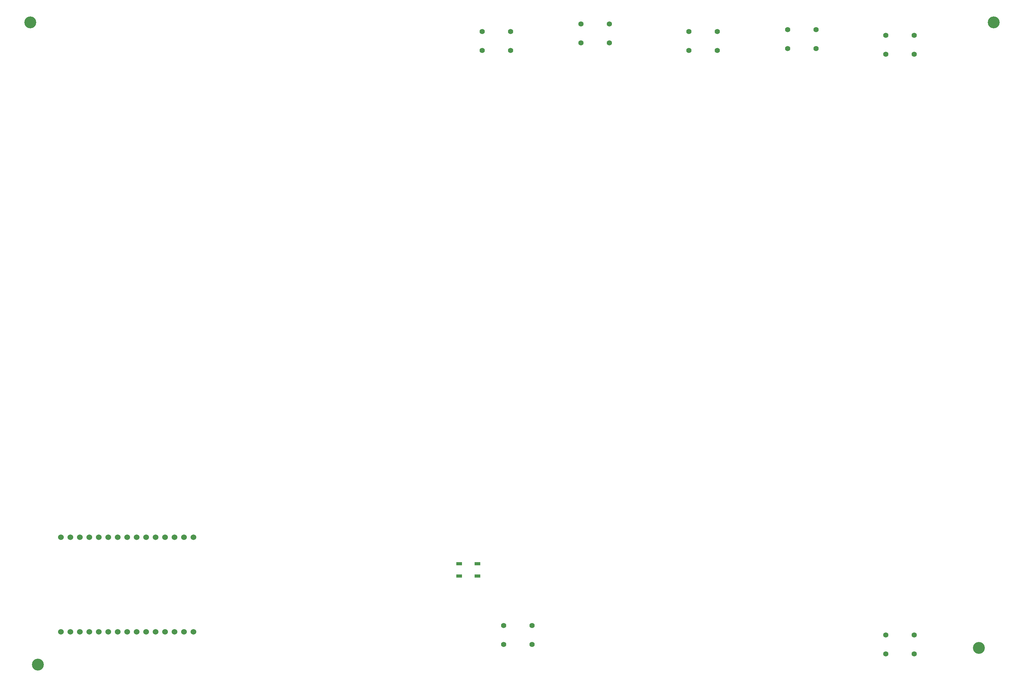
<source format=gts>
%TF.GenerationSoftware,KiCad,Pcbnew,8.0.6*%
%TF.CreationDate,2024-11-12T14:43:37+00:00*%
%TF.ProjectId,A4,41342e6b-6963-4616-945f-706362585858,rev?*%
%TF.SameCoordinates,Original*%
%TF.FileFunction,Soldermask,Top*%
%TF.FilePolarity,Negative*%
%FSLAX46Y46*%
G04 Gerber Fmt 4.6, Leading zero omitted, Abs format (unit mm)*
G04 Created by KiCad (PCBNEW 8.0.6) date 2024-11-12 14:43:37*
%MOMM*%
%LPD*%
G01*
G04 APERTURE LIST*
G04 Aperture macros list*
%AMRoundRect*
0 Rectangle with rounded corners*
0 $1 Rounding radius*
0 $2 $3 $4 $5 $6 $7 $8 $9 X,Y pos of 4 corners*
0 Add a 4 corners polygon primitive as box body*
4,1,4,$2,$3,$4,$5,$6,$7,$8,$9,$2,$3,0*
0 Add four circle primitives for the rounded corners*
1,1,$1+$1,$2,$3*
1,1,$1+$1,$4,$5*
1,1,$1+$1,$6,$7*
1,1,$1+$1,$8,$9*
0 Add four rect primitives between the rounded corners*
20,1,$1+$1,$2,$3,$4,$5,0*
20,1,$1+$1,$4,$5,$6,$7,0*
20,1,$1+$1,$6,$7,$8,$9,0*
20,1,$1+$1,$8,$9,$2,$3,0*%
G04 Aperture macros list end*
%ADD10C,1.397000*%
%ADD11C,3.200000*%
%ADD12C,1.524000*%
%ADD13RoundRect,0.090000X-0.660000X-0.360000X0.660000X-0.360000X0.660000X0.360000X-0.660000X0.360000X0*%
G04 APERTURE END LIST*
D10*
%TO.C,REF\u002A\u002A*%
X261000000Y-194500000D03*
X268620000Y-194500000D03*
X261000000Y-199580000D03*
X268620000Y-199580000D03*
%TD*%
%TO.C,REF\u002A\u002A*%
X261000000Y-33500000D03*
X268620000Y-33500000D03*
X261000000Y-38580000D03*
X268620000Y-38580000D03*
%TD*%
%TO.C,REF\u002A\u002A*%
X234690000Y-31960000D03*
X242310000Y-31960000D03*
X234690000Y-37040000D03*
X242310000Y-37040000D03*
%TD*%
%TO.C,REF\u002A\u002A*%
X208190000Y-32460000D03*
X215810000Y-32460000D03*
X208190000Y-37540000D03*
X215810000Y-37540000D03*
%TD*%
%TO.C,LED1*%
X179190000Y-30460000D03*
X186810000Y-30460000D03*
X179190000Y-35540000D03*
X186810000Y-35540000D03*
%TD*%
%TO.C,REF\u002A\u002A*%
X152690000Y-32460000D03*
X160310000Y-32460000D03*
X152690000Y-37540000D03*
X160310000Y-37540000D03*
%TD*%
%TO.C,REF\u002A\u002A*%
X158500000Y-192000000D03*
X166120000Y-192000000D03*
X158500000Y-197080000D03*
X166120000Y-197080000D03*
%TD*%
D11*
%TO.C,REF\u002A\u002A*%
X31500000Y-30000000D03*
%TD*%
%TO.C,REF\u002A\u002A*%
X286000000Y-198000000D03*
%TD*%
%TO.C,REF\u002A\u002A*%
X33500000Y-202500000D03*
%TD*%
D12*
%TO.C,REF\u002A\u002A*%
X75293200Y-193700000D03*
X72753200Y-193700000D03*
X70213200Y-193700000D03*
X67673200Y-193700000D03*
X65133200Y-193700000D03*
X62593200Y-193700000D03*
X60053200Y-193700000D03*
X57513200Y-193700000D03*
X54973200Y-193700000D03*
X52433200Y-193700000D03*
X49893200Y-193700000D03*
X47353200Y-193700000D03*
X44813200Y-193700000D03*
X42273200Y-193700000D03*
X39733200Y-193700000D03*
X75293200Y-168300000D03*
X72753200Y-168300000D03*
X70213200Y-168300000D03*
X67673200Y-168300000D03*
X65133200Y-168300000D03*
X62593200Y-168300000D03*
X60053200Y-168300000D03*
X57513200Y-168300000D03*
X54973200Y-168300000D03*
X52433200Y-168300000D03*
X49893200Y-168300000D03*
X47353200Y-168300000D03*
X47353200Y-168300000D03*
X44813200Y-168300000D03*
X39733200Y-168300000D03*
X42273200Y-168300000D03*
%TD*%
D13*
%TO.C,REF\u002A\u002A*%
X146550000Y-175350000D03*
X146550000Y-178650000D03*
X151450000Y-178650000D03*
X151450000Y-175350000D03*
%TD*%
D11*
%TO.C,REF\u002A\u002A*%
X290000000Y-30000000D03*
%TD*%
M02*

</source>
